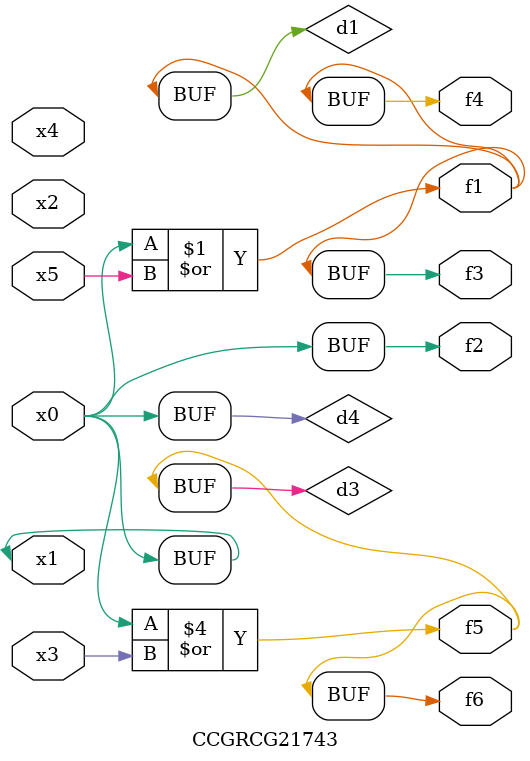
<source format=v>
module CCGRCG21743(
	input x0, x1, x2, x3, x4, x5,
	output f1, f2, f3, f4, f5, f6
);

	wire d1, d2, d3, d4;

	or (d1, x0, x5);
	xnor (d2, x1, x4);
	or (d3, x0, x3);
	buf (d4, x0, x1);
	assign f1 = d1;
	assign f2 = d4;
	assign f3 = d1;
	assign f4 = d1;
	assign f5 = d3;
	assign f6 = d3;
endmodule

</source>
